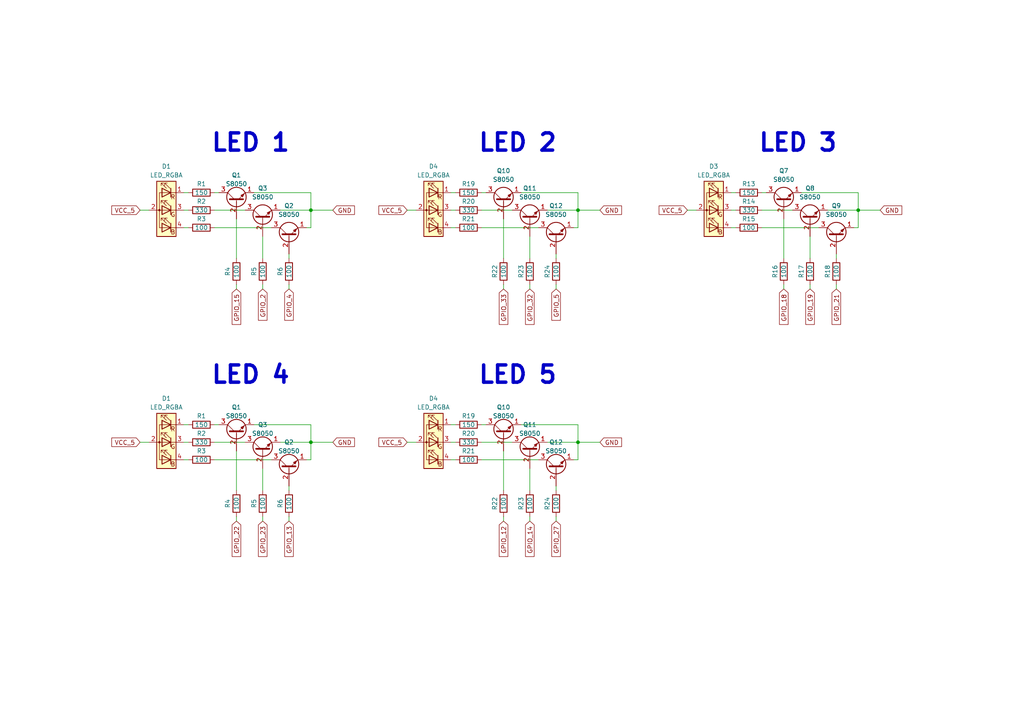
<source format=kicad_sch>
(kicad_sch (version 20230121) (generator eeschema)
  (paper "A4")
  (title_block (title "IOTV_id4 LEDS") (date "2023-07-24") (company "Вербкин М.С."))
  (lib_symbols
    (symbol "Device:LED_RGBA" (pin_names (offset 0) hide)
      (property "Reference" "D5" (at 0 12.7 0))
      (property "Value" "LED_RGBA" (at 0 10.16 0))
      (symbol "LED_RGBA_0_0"
        (text "B" (at -1.905 -6.35 0) (effects (font (size 1.27 1.27))))
        (text "G" (at -1.905 -1.27 0) (effects (font (size 1.27 1.27))))
        (text "R" (at -1.905 3.81 0) (effects (font (size 1.27 1.27))))
      )
      (symbol "LED_RGBA_0_1"
        (polyline (pts (xy -1.27 -5.08) (xy -2.54 -5.08)))
        (polyline (pts (xy -1.27 -5.08) (xy 1.27 -5.08)))
        (polyline (pts (xy -1.27 -3.81) (xy -1.27 -6.35)) (stroke (width 0.254)))
        (polyline (pts (xy -1.27 0) (xy -2.54 0)))
        (polyline (pts (xy -1.27 1.27) (xy -1.27 -1.27)) (stroke (width 0.254)))
        (polyline (pts (xy -1.27 5.08) (xy -2.54 5.08)))
        (polyline (pts (xy -1.27 5.08) (xy 1.27 5.08)))
        (polyline (pts (xy -1.27 6.35) (xy -1.27 3.81)) (stroke (width 0.254)))
        (polyline (pts (xy 1.27 0) (xy -1.27 0)))
        (polyline (pts (xy 1.27 0) (xy 2.54 0)))
        (polyline (pts (xy -1.27 1.27) (xy -1.27 -1.27) (xy -1.27 -1.27)))
        (polyline (pts (xy -1.27 6.35) (xy -1.27 3.81) (xy -1.27 3.81)))
        (polyline (pts (xy 1.27 -5.08) (xy 2.032 -5.08) (xy 2.032 5.08) (xy 1.27 5.08)))
        (polyline (pts (xy 1.27 -3.81) (xy 1.27 -6.35) (xy -1.27 -5.08) (xy 1.27 -3.81)) (stroke (width 0.254)))
        (polyline (pts (xy 1.27 1.27) (xy 1.27 -1.27) (xy -1.27 0) (xy 1.27 1.27)) (stroke (width 0.254)))
        (polyline (pts (xy 1.27 6.35) (xy 1.27 3.81) (xy -1.27 5.08) (xy 1.27 6.35)) (stroke (width 0.254)))
        (polyline (pts (xy -1.016 -3.81) (xy 0.508 -2.286) (xy -0.254 -2.286) (xy 0.508 -2.286) (xy 0.508 -3.048)))
        (polyline (pts (xy -1.016 1.27) (xy 0.508 2.794) (xy -0.254 2.794) (xy 0.508 2.794) (xy 0.508 2.032)))
        (polyline (pts (xy -1.016 6.35) (xy 0.508 7.874) (xy -0.254 7.874) (xy 0.508 7.874) (xy 0.508 7.112)))
        (polyline (pts (xy 0 -3.81) (xy 1.524 -2.286) (xy 0.762 -2.286) (xy 1.524 -2.286) (xy 1.524 -3.048)))
        (polyline (pts (xy 0 1.27) (xy 1.524 2.794) (xy 0.762 2.794) (xy 1.524 2.794) (xy 1.524 2.032)))
        (polyline (pts (xy 0 6.35) (xy 1.524 7.874) (xy 0.762 7.874) (xy 1.524 7.874) (xy 1.524 7.112)))
        (rectangle (start 1.27 -1.27) (end 1.27 1.27))
        (rectangle (start 1.27 1.27) (end 1.27 1.27))
        (rectangle (start 1.27 3.81) (end 1.27 6.35))
        (rectangle (start 1.27 6.35) (end 1.27 6.35))
        (circle (center 2.032 0) (radius 0.254) (fill (type outline)))
        (rectangle (start 2.794 8.382) (end -2.794 -7.62) (stroke (width 0.254)) (fill (type background)))
      )
      (symbol "LED_RGBA_1_1"
        (pin passive line (at -5.08 5.08 0) (length 2.54) (name "RK") (number "1"))
        (pin passive line (at 5.08 0 180) (length 2.54) (name "A") (number "2"))
        (pin passive line (at -5.08 0 0) (length 2.54) (name "GK") (number "3"))
        (pin passive line (at -5.08 -5.08 0) (length 2.54) (name "BK") (number "4"))
      )
    )
    (symbol "Device:R" (pin_numbers hide) (pin_names (offset 0))
      (property "Reference" "R" (at 2.032 0 90))
      (property "Value" "R" (at 0 0 90))
      (symbol "R_0_1"
        (rectangle (start -1.016 -2.54) (end 1.016 2.54) (stroke (width 0.254)))
      )
      (symbol "R_1_1"
        (pin passive line (at 0 3.81 270) (length 1.27) (name "~") (number "1"))
        (pin passive line (at 0 -3.81 90) (length 1.27) (name "~") (number "2"))
      )
    )
    (symbol "LED_RGBA_1" (pin_names (offset 0) hide)
      (property "Reference" "D1" (at 0 12.7 0))
      (property "Value" "LED_RGBA" (at 0 10.16 0))
      (symbol "LED_RGBA_1_0_0"
        (text "B" (at -1.905 -6.35 0) (effects (font (size 1.27 1.27))))
        (text "G" (at -1.905 -1.27 0) (effects (font (size 1.27 1.27))))
        (text "R" (at -1.905 3.81 0) (effects (font (size 1.27 1.27))))
      )
      (symbol "LED_RGBA_1_0_1"
        (polyline (pts (xy -1.27 -5.08) (xy -2.54 -5.08)))
        (polyline (pts (xy -1.27 -5.08) (xy 1.27 -5.08)))
        (polyline (pts (xy -1.27 -3.81) (xy -1.27 -6.35)) (stroke (width 0.254)))
        (polyline (pts (xy -1.27 0) (xy -2.54 0)))
        (polyline (pts (xy -1.27 1.27) (xy -1.27 -1.27)) (stroke (width 0.254)))
        (polyline (pts (xy -1.27 5.08) (xy -2.54 5.08)))
        (polyline (pts (xy -1.27 5.08) (xy 1.27 5.08)))
        (polyline (pts (xy -1.27 6.35) (xy -1.27 3.81)) (stroke (width 0.254)))
        (polyline (pts (xy 1.27 0) (xy -1.27 0)))
        (polyline (pts (xy 1.27 0) (xy 2.54 0)))
        (polyline (pts (xy -1.27 1.27) (xy -1.27 -1.27) (xy -1.27 -1.27)))
        (polyline (pts (xy -1.27 6.35) (xy -1.27 3.81) (xy -1.27 3.81)))
        (polyline (pts (xy 1.27 -5.08) (xy 2.032 -5.08) (xy 2.032 5.08) (xy 1.27 5.08)))
        (polyline (pts (xy 1.27 -3.81) (xy 1.27 -6.35) (xy -1.27 -5.08) (xy 1.27 -3.81)) (stroke (width 0.254)))
        (polyline (pts (xy 1.27 1.27) (xy 1.27 -1.27) (xy -1.27 0) (xy 1.27 1.27)) (stroke (width 0.254)))
        (polyline (pts (xy 1.27 6.35) (xy 1.27 3.81) (xy -1.27 5.08) (xy 1.27 6.35)) (stroke (width 0.254)))
        (polyline (pts (xy -1.016 -3.81) (xy 0.508 -2.286) (xy -0.254 -2.286) (xy 0.508 -2.286) (xy 0.508 -3.048)))
        (polyline (pts (xy -1.016 1.27) (xy 0.508 2.794) (xy -0.254 2.794) (xy 0.508 2.794) (xy 0.508 2.032)))
        (polyline (pts (xy -1.016 6.35) (xy 0.508 7.874) (xy -0.254 7.874) (xy 0.508 7.874) (xy 0.508 7.112)))
        (polyline (pts (xy 0 -3.81) (xy 1.524 -2.286) (xy 0.762 -2.286) (xy 1.524 -2.286) (xy 1.524 -3.048)))
        (polyline (pts (xy 0 1.27) (xy 1.524 2.794) (xy 0.762 2.794) (xy 1.524 2.794) (xy 1.524 2.032)))
        (polyline (pts (xy 0 6.35) (xy 1.524 7.874) (xy 0.762 7.874) (xy 1.524 7.874) (xy 1.524 7.112)))
        (rectangle (start 1.27 -1.27) (end 1.27 1.27))
        (rectangle (start 1.27 1.27) (end 1.27 1.27))
        (rectangle (start 1.27 3.81) (end 1.27 6.35))
        (rectangle (start 1.27 6.35) (end 1.27 6.35))
        (circle (center 2.032 0) (radius 0.254) (fill (type outline)))
        (rectangle (start 2.794 8.382) (end -2.794 -7.62) (stroke (width 0.254)) (fill (type background)))
      )
      (symbol "LED_RGBA_1_1_1"
        (pin passive line (at -5.08 5.08 0) (length 2.54) (name "RK") (number "1"))
        (pin passive line (at 5.08 0 180) (length 2.54) (name "A") (number "2"))
        (pin passive line (at -5.08 0 0) (length 2.54) (name "GK") (number "3"))
        (pin passive line (at -5.08 -5.08 0) (length 2.54) (name "BK") (number "4"))
      )
    )
    (symbol "LED_RGBA_2" (pin_names (offset 0) hide)
      (property "Reference" "D2" (at 0 12.7 0))
      (property "Value" "LED_RGBA" (at 0 10.16 0))
      (symbol "LED_RGBA_2_0_0"
        (text "B" (at -1.905 -6.35 0) (effects (font (size 1.27 1.27))))
        (text "G" (at -1.905 -1.27 0) (effects (font (size 1.27 1.27))))
        (text "R" (at -1.905 3.81 0) (effects (font (size 1.27 1.27))))
      )
      (symbol "LED_RGBA_2_0_1"
        (polyline (pts (xy -1.27 -5.08) (xy -2.54 -5.08)))
        (polyline (pts (xy -1.27 -5.08) (xy 1.27 -5.08)))
        (polyline (pts (xy -1.27 -3.81) (xy -1.27 -6.35)) (stroke (width 0.254)))
        (polyline (pts (xy -1.27 0) (xy -2.54 0)))
        (polyline (pts (xy -1.27 1.27) (xy -1.27 -1.27)) (stroke (width 0.254)))
        (polyline (pts (xy -1.27 5.08) (xy -2.54 5.08)))
        (polyline (pts (xy -1.27 5.08) (xy 1.27 5.08)))
        (polyline (pts (xy -1.27 6.35) (xy -1.27 3.81)) (stroke (width 0.254)))
        (polyline (pts (xy 1.27 0) (xy -1.27 0)))
        (polyline (pts (xy 1.27 0) (xy 2.54 0)))
        (polyline (pts (xy -1.27 1.27) (xy -1.27 -1.27) (xy -1.27 -1.27)))
        (polyline (pts (xy -1.27 6.35) (xy -1.27 3.81) (xy -1.27 3.81)))
        (polyline (pts (xy 1.27 -5.08) (xy 2.032 -5.08) (xy 2.032 5.08) (xy 1.27 5.08)))
        (polyline (pts (xy 1.27 -3.81) (xy 1.27 -6.35) (xy -1.27 -5.08) (xy 1.27 -3.81)) (stroke (width 0.254)))
        (polyline (pts (xy 1.27 1.27) (xy 1.27 -1.27) (xy -1.27 0) (xy 1.27 1.27)) (stroke (width 0.254)))
        (polyline (pts (xy 1.27 6.35) (xy 1.27 3.81) (xy -1.27 5.08) (xy 1.27 6.35)) (stroke (width 0.254)))
        (polyline (pts (xy -1.016 -3.81) (xy 0.508 -2.286) (xy -0.254 -2.286) (xy 0.508 -2.286) (xy 0.508 -3.048)))
        (polyline (pts (xy -1.016 1.27) (xy 0.508 2.794) (xy -0.254 2.794) (xy 0.508 2.794) (xy 0.508 2.032)))
        (polyline (pts (xy -1.016 6.35) (xy 0.508 7.874) (xy -0.254 7.874) (xy 0.508 7.874) (xy 0.508 7.112)))
        (polyline (pts (xy 0 -3.81) (xy 1.524 -2.286) (xy 0.762 -2.286) (xy 1.524 -2.286) (xy 1.524 -3.048)))
        (polyline (pts (xy 0 1.27) (xy 1.524 2.794) (xy 0.762 2.794) (xy 1.524 2.794) (xy 1.524 2.032)))
        (polyline (pts (xy 0 6.35) (xy 1.524 7.874) (xy 0.762 7.874) (xy 1.524 7.874) (xy 1.524 7.112)))
        (rectangle (start 1.27 -1.27) (end 1.27 1.27))
        (rectangle (start 1.27 1.27) (end 1.27 1.27))
        (rectangle (start 1.27 3.81) (end 1.27 6.35))
        (rectangle (start 1.27 6.35) (end 1.27 6.35))
        (circle (center 2.032 0) (radius 0.254) (fill (type outline)))
        (rectangle (start 2.794 8.382) (end -2.794 -7.62) (stroke (width 0.254)) (fill (type background)))
      )
      (symbol "LED_RGBA_2_1_1"
        (pin passive line (at -5.08 5.08 0) (length 2.54) (name "RK") (number "1"))
        (pin passive line (at 5.08 0 180) (length 2.54) (name "A") (number "2"))
        (pin passive line (at -5.08 0 0) (length 2.54) (name "GK") (number "3"))
        (pin passive line (at -5.08 -5.08 0) (length 2.54) (name "BK") (number "4"))
      )
    )
    (symbol "LED_RGBA_3" (pin_names (offset 0) hide)
      (property "Reference" "D3" (at 0 12.7 0))
      (property "Value" "LED_RGBA" (at 0 10.16 0))
      (symbol "LED_RGBA_3_0_0"
        (text "B" (at -1.905 -6.35 0) (effects (font (size 1.27 1.27))))
        (text "G" (at -1.905 -1.27 0) (effects (font (size 1.27 1.27))))
        (text "R" (at -1.905 3.81 0) (effects (font (size 1.27 1.27))))
      )
      (symbol "LED_RGBA_3_0_1"
        (polyline (pts (xy -1.27 -5.08) (xy -2.54 -5.08)))
        (polyline (pts (xy -1.27 -5.08) (xy 1.27 -5.08)))
        (polyline (pts (xy -1.27 -3.81) (xy -1.27 -6.35)) (stroke (width 0.254)))
        (polyline (pts (xy -1.27 0) (xy -2.54 0)))
        (polyline (pts (xy -1.27 1.27) (xy -1.27 -1.27)) (stroke (width 0.254)))
        (polyline (pts (xy -1.27 5.08) (xy -2.54 5.08)))
        (polyline (pts (xy -1.27 5.08) (xy 1.27 5.08)))
        (polyline (pts (xy -1.27 6.35) (xy -1.27 3.81)) (stroke (width 0.254)))
        (polyline (pts (xy 1.27 0) (xy -1.27 0)))
        (polyline (pts (xy 1.27 0) (xy 2.54 0)))
        (polyline (pts (xy -1.27 1.27) (xy -1.27 -1.27) (xy -1.27 -1.27)))
        (polyline (pts (xy -1.27 6.35) (xy -1.27 3.81) (xy -1.27 3.81)))
        (polyline (pts (xy 1.27 -5.08) (xy 2.032 -5.08) (xy 2.032 5.08) (xy 1.27 5.08)))
        (polyline (pts (xy 1.27 -3.81) (xy 1.27 -6.35) (xy -1.27 -5.08) (xy 1.27 -3.81)) (stroke (width 0.254)))
        (polyline (pts (xy 1.27 1.27) (xy 1.27 -1.27) (xy -1.27 0) (xy 1.27 1.27)) (stroke (width 0.254)))
        (polyline (pts (xy 1.27 6.35) (xy 1.27 3.81) (xy -1.27 5.08) (xy 1.27 6.35)) (stroke (width 0.254)))
        (polyline (pts (xy -1.016 -3.81) (xy 0.508 -2.286) (xy -0.254 -2.286) (xy 0.508 -2.286) (xy 0.508 -3.048)))
        (polyline (pts (xy -1.016 1.27) (xy 0.508 2.794) (xy -0.254 2.794) (xy 0.508 2.794) (xy 0.508 2.032)))
        (polyline (pts (xy -1.016 6.35) (xy 0.508 7.874) (xy -0.254 7.874) (xy 0.508 7.874) (xy 0.508 7.112)))
        (polyline (pts (xy 0 -3.81) (xy 1.524 -2.286) (xy 0.762 -2.286) (xy 1.524 -2.286) (xy 1.524 -3.048)))
        (polyline (pts (xy 0 1.27) (xy 1.524 2.794) (xy 0.762 2.794) (xy 1.524 2.794) (xy 1.524 2.032)))
        (polyline (pts (xy 0 6.35) (xy 1.524 7.874) (xy 0.762 7.874) (xy 1.524 7.874) (xy 1.524 7.112)))
        (rectangle (start 1.27 -1.27) (end 1.27 1.27))
        (rectangle (start 1.27 1.27) (end 1.27 1.27))
        (rectangle (start 1.27 3.81) (end 1.27 6.35))
        (rectangle (start 1.27 6.35) (end 1.27 6.35))
        (circle (center 2.032 0) (radius 0.254) (fill (type outline)))
        (rectangle (start 2.794 8.382) (end -2.794 -7.62) (stroke (width 0.254)) (fill (type background)))
      )
      (symbol "LED_RGBA_3_1_1"
        (pin passive line (at -5.08 5.08 0) (length 2.54) (name "RK") (number "1"))
        (pin passive line (at 5.08 0 180) (length 2.54) (name "A") (number "2"))
        (pin passive line (at -5.08 0 0) (length 2.54) (name "GK") (number "3"))
        (pin passive line (at -5.08 -5.08 0) (length 2.54) (name "BK") (number "4"))
      )
    )
    (symbol "LED_RGBA_4" (pin_names (offset 0) hide)
      (property "Reference" "D4" (at 0 12.7 0))
      (property "Value" "LED_RGBA" (at 0 10.16 0))
      (symbol "LED_RGBA_4_0_0"
        (text "B" (at -1.905 -6.35 0) (effects (font (size 1.27 1.27))))
        (text "G" (at -1.905 -1.27 0) (effects (font (size 1.27 1.27))))
        (text "R" (at -1.905 3.81 0) (effects (font (size 1.27 1.27))))
      )
      (symbol "LED_RGBA_4_0_1"
        (polyline (pts (xy -1.27 -5.08) (xy -2.54 -5.08)))
        (polyline (pts (xy -1.27 -5.08) (xy 1.27 -5.08)))
        (polyline (pts (xy -1.27 -3.81) (xy -1.27 -6.35)) (stroke (width 0.254)))
        (polyline (pts (xy -1.27 0) (xy -2.54 0)))
        (polyline (pts (xy -1.27 1.27) (xy -1.27 -1.27)) (stroke (width 0.254)))
        (polyline (pts (xy -1.27 5.08) (xy -2.54 5.08)))
        (polyline (pts (xy -1.27 5.08) (xy 1.27 5.08)))
        (polyline (pts (xy -1.27 6.35) (xy -1.27 3.81)) (stroke (width 0.254)))
        (polyline (pts (xy 1.27 0) (xy -1.27 0)))
        (polyline (pts (xy 1.27 0) (xy 2.54 0)))
        (polyline (pts (xy -1.27 1.27) (xy -1.27 -1.27) (xy -1.27 -1.27)))
        (polyline (pts (xy -1.27 6.35) (xy -1.27 3.81) (xy -1.27 3.81)))
        (polyline (pts (xy 1.27 -5.08) (xy 2.032 -5.08) (xy 2.032 5.08) (xy 1.27 5.08)))
        (polyline (pts (xy 1.27 -3.81) (xy 1.27 -6.35) (xy -1.27 -5.08) (xy 1.27 -3.81)) (stroke (width 0.254)))
        (polyline (pts (xy 1.27 1.27) (xy 1.27 -1.27) (xy -1.27 0) (xy 1.27 1.27)) (stroke (width 0.254)))
        (polyline (pts (xy 1.27 6.35) (xy 1.27 3.81) (xy -1.27 5.08) (xy 1.27 6.35)) (stroke (width 0.254)))
        (polyline (pts (xy -1.016 -3.81) (xy 0.508 -2.286) (xy -0.254 -2.286) (xy 0.508 -2.286) (xy 0.508 -3.048)))
        (polyline (pts (xy -1.016 1.27) (xy 0.508 2.794) (xy -0.254 2.794) (xy 0.508 2.794) (xy 0.508 2.032)))
        (polyline (pts (xy -1.016 6.35) (xy 0.508 7.874) (xy -0.254 7.874) (xy 0.508 7.874) (xy 0.508 7.112)))
        (polyline (pts (xy 0 -3.81) (xy 1.524 -2.286) (xy 0.762 -2.286) (xy 1.524 -2.286) (xy 1.524 -3.048)))
        (polyline (pts (xy 0 1.27) (xy 1.524 2.794) (xy 0.762 2.794) (xy 1.524 2.794) (xy 1.524 2.032)))
        (polyline (pts (xy 0 6.35) (xy 1.524 7.874) (xy 0.762 7.874) (xy 1.524 7.874) (xy 1.524 7.112)))
        (rectangle (start 1.27 -1.27) (end 1.27 1.27))
        (rectangle (start 1.27 1.27) (end 1.27 1.27))
        (rectangle (start 1.27 3.81) (end 1.27 6.35))
        (rectangle (start 1.27 6.35) (end 1.27 6.35))
        (circle (center 2.032 0) (radius 0.254) (fill (type outline)))
        (rectangle (start 2.794 8.382) (end -2.794 -7.62) (stroke (width 0.254)) (fill (type background)))
      )
      (symbol "LED_RGBA_4_1_1"
        (pin passive line (at -5.08 5.08 0) (length 2.54) (name "RK") (number "1"))
        (pin passive line (at 5.08 0 180) (length 2.54) (name "A") (number "2"))
        (pin passive line (at -5.08 0 0) (length 2.54) (name "GK") (number "3"))
        (pin passive line (at -5.08 -5.08 0) (length 2.54) (name "BK") (number "4"))
      )
    )
    (symbol "Transistor_BJT:S8050" (pin_names (offset 0) hide)
      (property "Reference" "Q" (at 5.08 1.905 0))
      (property "Value" "S8050" (at 5.08 0 0))
      (symbol "S8050_0_1"
        (polyline (pts (xy 0 0) (xy 0.635 0)))
        (polyline (pts (xy 0.635 0.635) (xy 2.54 2.54)))
        (polyline (pts (xy 0.635 -0.635) (xy 2.54 -2.54) (xy 2.54 -2.54)))
        (polyline (pts (xy 0.635 1.905) (xy 0.635 -1.905) (xy 0.635 -1.905)) (stroke (width 0.508)))
        (polyline (pts (xy 1.27 -1.778) (xy 1.778 -1.27) (xy 2.286 -2.286) (xy 1.27 -1.778) (xy 1.27 -1.778)) (fill (type outline)))
        (circle (center 1.27 0) (radius 2.8194) (stroke (width 0.254)))
      )
      (symbol "S8050_1_1"
        (pin passive line (at 2.54 -5.08 90) (length 2.54) (name "E") (number "1"))
        (pin input line (at -5.08 0 0) (length 5.08) (name "B") (number "2"))
        (pin passive line (at 2.54 5.08 270) (length 2.54) (name "C") (number "3"))
      )
    )
  )
  (junction (at 167.64 60.96))
  (junction (at 90.17 128.27))
  (junction (at 167.64 128.27))
  (junction (at 248.92 60.96))
  (junction (at 90.17 60.96))
  (wire (pts (xy 167.64 55.88) (xy 167.64 60.96)))
  (wire (pts (xy 167.64 60.96) (xy 173.99 60.96)))
  (wire (pts (xy 40.64 60.96) (xy 43.18 60.96)))
  (wire (pts (xy 62.23 60.96) (xy 71.12 60.96)))
  (wire (pts (xy 76.2 149.86) (xy 76.2 151.13)))
  (wire (pts (xy 139.7 123.19) (xy 140.97 123.19)))
  (wire (pts (xy 146.05 130.81) (xy 146.05 142.24)))
  (wire (pts (xy 248.92 55.88) (xy 248.92 60.96)))
  (wire (pts (xy 139.7 60.96) (xy 148.59 60.96)))
  (wire (pts (xy 81.28 128.27) (xy 90.17 128.27)))
  (wire (pts (xy 167.64 128.27) (xy 167.64 133.35)))
  (wire (pts (xy 62.23 123.19) (xy 63.5 123.19)))
  (wire (pts (xy 240.03 60.96) (xy 248.92 60.96)))
  (wire (pts (xy 220.98 66.04) (xy 237.49 66.04)))
  (wire (pts (xy 62.23 128.27) (xy 71.12 128.27)))
  (wire (pts (xy 139.7 55.88) (xy 140.97 55.88)))
  (wire (pts (xy 40.64 128.27) (xy 43.18 128.27)))
  (wire (pts (xy 242.57 73.66) (xy 242.57 74.93)))
  (wire (pts (xy 220.98 60.96) (xy 229.87 60.96)))
  (wire (pts (xy 242.57 82.55) (xy 242.57 83.82)))
  (wire (pts (xy 212.09 60.96) (xy 213.36 60.96)))
  (wire (pts (xy 146.05 82.55) (xy 146.05 83.82)))
  (wire (pts (xy 167.64 123.19) (xy 167.64 128.27)))
  (wire (pts (xy 167.64 60.96) (xy 167.64 66.04)))
  (wire (pts (xy 83.82 149.86) (xy 83.82 151.13)))
  (wire (pts (xy 83.82 73.66) (xy 83.82 74.93)))
  (wire (pts (xy 161.29 149.86) (xy 161.29 151.13)))
  (wire (pts (xy 227.33 82.55) (xy 227.33 83.82)))
  (wire (pts (xy 130.81 123.19) (xy 132.08 123.19)))
  (wire (pts (xy 158.75 60.96) (xy 167.64 60.96)))
  (wire (pts (xy 212.09 66.04) (xy 213.36 66.04)))
  (wire (pts (xy 68.58 130.81) (xy 68.58 142.24)))
  (wire (pts (xy 161.29 73.66) (xy 161.29 74.93)))
  (wire (pts (xy 76.2 135.89) (xy 76.2 142.24)))
  (wire (pts (xy 167.64 66.04) (xy 166.37 66.04)))
  (wire (pts (xy 220.98 55.88) (xy 222.25 55.88)))
  (wire (pts (xy 76.2 82.55) (xy 76.2 83.82)))
  (wire (pts (xy 53.34 55.88) (xy 54.61 55.88)))
  (wire (pts (xy 234.95 82.55) (xy 234.95 83.82)))
  (wire (pts (xy 146.05 149.86) (xy 146.05 151.13)))
  (wire (pts (xy 161.29 82.55) (xy 161.29 83.82)))
  (wire (pts (xy 151.13 55.88) (xy 167.64 55.88)))
  (wire (pts (xy 167.64 133.35) (xy 166.37 133.35)))
  (wire (pts (xy 130.81 133.35) (xy 132.08 133.35)))
  (wire (pts (xy 90.17 60.96) (xy 90.17 66.04)))
  (wire (pts (xy 151.13 123.19) (xy 167.64 123.19)))
  (wire (pts (xy 158.75 128.27) (xy 167.64 128.27)))
  (wire (pts (xy 68.58 82.55) (xy 68.58 83.82)))
  (wire (pts (xy 234.95 68.58) (xy 234.95 74.93)))
  (wire (pts (xy 90.17 133.35) (xy 88.9 133.35)))
  (wire (pts (xy 90.17 60.96) (xy 96.52 60.96)))
  (wire (pts (xy 227.33 63.5) (xy 227.33 74.93)))
  (wire (pts (xy 118.11 60.96) (xy 120.65 60.96)))
  (wire (pts (xy 73.66 55.88) (xy 90.17 55.88)))
  (wire (pts (xy 81.28 60.96) (xy 90.17 60.96)))
  (wire (pts (xy 68.58 149.86) (xy 68.58 151.13)))
  (wire (pts (xy 248.92 60.96) (xy 248.92 66.04)))
  (wire (pts (xy 68.58 63.5) (xy 68.58 74.93)))
  (wire (pts (xy 118.11 128.27) (xy 120.65 128.27)))
  (wire (pts (xy 83.82 140.97) (xy 83.82 142.24)))
  (wire (pts (xy 90.17 128.27) (xy 90.17 133.35)))
  (wire (pts (xy 53.34 133.35) (xy 54.61 133.35)))
  (wire (pts (xy 153.67 82.55) (xy 153.67 83.82)))
  (wire (pts (xy 73.66 123.19) (xy 90.17 123.19)))
  (wire (pts (xy 53.34 128.27) (xy 54.61 128.27)))
  (wire (pts (xy 90.17 123.19) (xy 90.17 128.27)))
  (wire (pts (xy 130.81 66.04) (xy 132.08 66.04)))
  (wire (pts (xy 53.34 60.96) (xy 54.61 60.96)))
  (wire (pts (xy 83.82 82.55) (xy 83.82 83.82)))
  (wire (pts (xy 90.17 128.27) (xy 96.52 128.27)))
  (wire (pts (xy 232.41 55.88) (xy 248.92 55.88)))
  (wire (pts (xy 130.81 60.96) (xy 132.08 60.96)))
  (wire (pts (xy 153.67 135.89) (xy 153.67 142.24)))
  (wire (pts (xy 139.7 66.04) (xy 156.21 66.04)))
  (wire (pts (xy 53.34 123.19) (xy 54.61 123.19)))
  (wire (pts (xy 53.34 66.04) (xy 54.61 66.04)))
  (wire (pts (xy 130.81 128.27) (xy 132.08 128.27)))
  (wire (pts (xy 153.67 149.86) (xy 153.67 151.13)))
  (wire (pts (xy 139.7 128.27) (xy 148.59 128.27)))
  (wire (pts (xy 199.39 60.96) (xy 201.93 60.96)))
  (wire (pts (xy 248.92 60.96) (xy 255.27 60.96)))
  (wire (pts (xy 212.09 55.88) (xy 213.36 55.88)))
  (wire (pts (xy 62.23 66.04) (xy 78.74 66.04)))
  (wire (pts (xy 167.64 128.27) (xy 173.99 128.27)))
  (wire (pts (xy 139.7 133.35) (xy 156.21 133.35)))
  (wire (pts (xy 62.23 133.35) (xy 78.74 133.35)))
  (wire (pts (xy 90.17 55.88) (xy 90.17 60.96)))
  (wire (pts (xy 62.23 55.88) (xy 63.5 55.88)))
  (wire (pts (xy 90.17 66.04) (xy 88.9 66.04)))
  (wire (pts (xy 161.29 140.97) (xy 161.29 142.24)))
  (wire (pts (xy 146.05 63.5) (xy 146.05 74.93)))
  (wire (pts (xy 130.81 55.88) (xy 132.08 55.88)))
  (wire (pts (xy 248.92 66.04) (xy 247.65 66.04)))
  (wire (pts (xy 76.2 68.58) (xy 76.2 74.93)))
  (wire (pts (xy 153.67 68.58) (xy 153.67 74.93)))
  (text "LED 1" (at 60.96 44.45 0) (effects (font (size 5 5) (thickness 1) bold) (justify left bottom)))
  (text "LED 5" (at 138.43 111.76 0) (effects (font (size 5 5) (thickness 1) bold) (justify left bottom)))
  (text "LED 3" (at 219.71 44.45 0) (effects (font (size 5 5) (thickness 1) bold) (justify left bottom)))
  (text "LED 4" (at 60.96 111.76 0) (effects (font (size 5 5) (thickness 1) bold) (justify left bottom)))
  (text "LED 2" (at 138.43 44.45 0) (effects (font (size 5 5) (thickness 1) bold) (justify left bottom)))
  (global_label "GPIO_12" (shape input) (at 146.05 151.13 270) (property "Intersheetrefs" "${INTERSHEET_REFS}" (effects hide)))
  (global_label "GPIO_18" (shape input) (at 227.33 83.82 270) (property "Intersheetrefs" "${INTERSHEET_REFS}" (effects hide)))
  (global_label "GPIO_4" (shape input) (at 83.82 83.82 270) (property "Intersheetrefs" "${INTERSHEET_REFS}" (effects hide)))
  (global_label "GND" (shape input) (at 173.99 60.96 0) (property "Intersheetrefs" "${INTERSHEET_REFS}" (effects hide)))
  (global_label "GPIO_15" (shape input) (at 68.58 83.82 270) (property "Intersheetrefs" "${INTERSHEET_REFS}" (effects hide)))
  (global_label "GPIO_32" (shape input) (at 153.67 83.82 270) (property "Intersheetrefs" "${INTERSHEET_REFS}" (effects hide)))
  (global_label "GPIO_14" (shape input) (at 153.67 151.13 270) (property "Intersheetrefs" "${INTERSHEET_REFS}" (effects hide)))
  (global_label "GND" (shape input) (at 173.99 128.27 0) (property "Intersheetrefs" "${INTERSHEET_REFS}" (effects hide)))
  (global_label "GND" (shape input) (at 96.52 60.96 0) (property "Intersheetrefs" "${INTERSHEET_REFS}" (effects hide)))
  (global_label "VCC_5" (shape input) (at 40.64 128.27 180) (property "Intersheetrefs" "${INTERSHEET_REFS}" (effects hide)))
  (global_label "GPIO_19" (shape input) (at 234.95 83.82 270) (property "Intersheetrefs" "${INTERSHEET_REFS}" (effects hide)))
  (global_label "GPIO_27" (shape input) (at 161.29 151.13 270) (property "Intersheetrefs" "${INTERSHEET_REFS}" (effects hide)))
  (global_label "GPIO_21" (shape input) (at 242.57 83.82 270) (property "Intersheetrefs" "${INTERSHEET_REFS}" (effects hide)))
  (global_label "GPIO_2" (shape input) (at 76.2 83.82 270) (property "Intersheetrefs" "${INTERSHEET_REFS}" (effects hide)))
  (global_label "GND" (shape input) (at 96.52 128.27 0) (property "Intersheetrefs" "${INTERSHEET_REFS}" (effects hide)))
  (global_label "VCC_5" (shape input) (at 118.11 60.96 180) (property "Intersheetrefs" "${INTERSHEET_REFS}" (effects hide)))
  (global_label "VCC_5" (shape input) (at 118.11 128.27 180) (property "Intersheetrefs" "${INTERSHEET_REFS}" (effects hide)))
  (global_label "GPIO_5" (shape input) (at 161.29 83.82 270) (property "Intersheetrefs" "${INTERSHEET_REFS}" (effects hide)))
  (global_label "GPIO_23" (shape input) (at 76.2 151.13 270) (property "Intersheetrefs" "${INTERSHEET_REFS}" (effects hide)))
  (global_label "GPIO_22" (shape input) (at 68.58 151.13 270) (property "Intersheetrefs" "${INTERSHEET_REFS}" (effects hide)))
  (global_label "VCC_5" (shape input) (at 199.39 60.96 180) (property "Intersheetrefs" "${INTERSHEET_REFS}" (effects hide)))
  (global_label "VCC_5" (shape input) (at 40.64 60.96 180) (property "Intersheetrefs" "${INTERSHEET_REFS}" (effects hide)))
  (global_label "GPIO_13" (shape input) (at 83.82 151.13 270) (property "Intersheetrefs" "${INTERSHEET_REFS}" (effects hide)))
  (global_label "GPIO_33" (shape input) (at 146.05 83.82 270) (property "Intersheetrefs" "${INTERSHEET_REFS}" (effects hide)))
  (global_label "GND" (shape input) (at 255.27 60.96 0) (property "Intersheetrefs" "${INTERSHEET_REFS}" (effects hide)))
  (symbol (lib_id "Device:R") (at 135.89 133.35 90) (unit 1)
    (property "Reference" "R21" (at 135.89 130.81 90))
    (property "Value" "100" (at 135.89 133.35 90))
    (property "Footprint" "Resistor_SMD:R_1206_3216Metric" (effects hide))
    (property "Sim.Device" "R" (effects hide))
    (property "Sim.Pins" "1=+ 2=-" (effects hide))
    (instances (project "id4" (path "" (reference "R21") (unit 1)) (path "" (reference "R27") (unit 1))))
  )
  (symbol (lib_name "LED_RGBA_4") (lib_id "Device:LED_RGBA") (at 48.26 128.27 0) (mirror y) (unit 1)
    (property "Reference" "D1" (at 48.26 115.57 0))
    (property "Value" "LED_RGBA" (at 48.26 118.11 0))
    (property "Footprint" "LED_THT:LED_D5.0mm-4_RGB" (effects hide))
    (property "Sim.Device" "R" (effects hide))
    (property "Sim.Pins" "1=+ 2=-" (effects hide))
    (property "Sim.Params" "r=\"\"" (effects hide))
    (instances (project "id4" (path "" (reference "D1") (unit 1)) (path "" (reference "D4") (unit 1))))
  )
  (symbol (lib_id "Transistor_BJT:S8050") (at 227.33 58.42 90) (unit 1)
    (property "Reference" "Q7" (at 227.33 49.53 90))
    (property "Value" "S8050" (at 227.33 52.07 90))
    (property "Footprint" "Package_TO_SOT_SMD:SOT-23" (effects hide))
    (property "Datasheet" "http://www.unisonic.com.tw/datasheet/S8050.pdf" (effects hide))
    (property "Sim.Device" "NPN" (effects hide))
    (property "Sim.Type" "VBIC" (effects hide))
    (property "Sim.Pins" "1=C 2=B 3=E" (effects hide))
  )
  (symbol (lib_id "Device:R") (at 58.42 128.27 90) (unit 1)
    (property "Reference" "R2" (at 58.42 125.73 90))
    (property "Value" "330" (at 58.42 128.27 90))
    (property "Footprint" "Resistor_SMD:R_1206_3216Metric" (effects hide))
    (instances (project "id4" (path "" (reference "R2") (unit 1)) (path "" (reference "R8") (unit 1))))
  )
  (symbol (lib_id "Device:R") (at 161.29 146.05 180) (unit 1)
    (property "Reference" "R24" (at 158.75 146.05 90))
    (property "Value" "100" (at 161.29 146.05 90))
    (property "Footprint" "Resistor_SMD:R_1206_3216Metric" (effects hide))
    (property "Sim.Device" "R" (effects hide))
    (property "Sim.Pins" "1=+ 2=-" (effects hide))
    (instances (project "id4" (path "" (reference "R24") (unit 1)) (path "" (reference "R30") (unit 1))))
  )
  (symbol (lib_id "Transistor_BJT:S8050") (at 161.29 135.89 90) (unit 1)
    (property "Reference" "Q12" (at 161.29 128.27 90))
    (property "Value" "S8050" (at 161.29 130.81 90))
    (property "Footprint" "Package_TO_SOT_SMD:SOT-23" (effects hide))
    (property "Datasheet" "http://www.unisonic.com.tw/datasheet/S8050.pdf" (effects hide))
    (property "Sim.Device" "NPN" (effects hide))
    (property "Sim.Type" "VBIC" (effects hide))
    (property "Sim.Pins" "1=C 2=B 3=E" (effects hide))
    (instances (project "id4" (path "" (reference "Q12") (unit 1)) (path "" (reference "Q15") (unit 1))))
  )
  (symbol (lib_id "Device:R") (at 83.82 78.74 180) (unit 1)
    (property "Reference" "R6" (at 81.28 78.74 90))
    (property "Value" "100" (at 83.82 78.74 90))
    (property "Footprint" "Resistor_SMD:R_1206_3216Metric" (effects hide))
    (property "Sim.Device" "R" (effects hide))
    (property "Sim.Pins" "1=+ 2=-" (effects hide))
  )
  (symbol (lib_id "Device:R") (at 58.42 123.19 90) (unit 1)
    (property "Reference" "R1" (at 58.42 120.65 90))
    (property "Value" "150" (at 58.42 123.19 90))
    (property "Footprint" "Resistor_SMD:R_1206_3216Metric" (effects hide))
    (instances (project "id4" (path "" (reference "R1") (unit 1)) (path "" (reference "R7") (unit 1))))
  )
  (symbol (lib_id "Device:R") (at 217.17 66.04 90) (unit 1)
    (property "Reference" "R15" (at 217.17 63.5 90))
    (property "Value" "100" (at 217.17 66.04 90))
    (property "Footprint" "Resistor_SMD:R_1206_3216Metric" (effects hide))
    (property "Sim.Device" "R" (effects hide))
    (property "Sim.Pins" "1=+ 2=-" (effects hide))
  )
  (symbol (lib_id "Device:R") (at 135.89 55.88 90) (unit 1)
    (property "Reference" "R19" (at 135.89 53.34 90))
    (property "Value" "150" (at 135.89 55.88 90))
    (property "Footprint" "Resistor_SMD:R_1206_3216Metric" (effects hide))
  )
  (symbol (lib_id "Device:LED_RGBA") (at 125.73 128.27 0) (mirror y) (unit 1)
    (property "Reference" "D4" (at 125.73 115.57 0))
    (property "Value" "LED_RGBA" (at 125.73 118.11 0))
    (property "Footprint" "LED_THT:LED_D5.0mm-4_RGB" (effects hide))
    (property "Sim.Device" "R" (effects hide))
    (property "Sim.Pins" "1=+ 2=-" (effects hide))
    (property "Sim.Params" "r=\"\"" (effects hide))
    (instances (project "id4" (path "" (reference "D4") (unit 1)) (path "" (reference "D5") (unit 1))))
  )
  (symbol (lib_id "Device:R") (at 76.2 78.74 180) (unit 1)
    (property "Reference" "R5" (at 73.66 78.74 90))
    (property "Value" "100" (at 76.2 78.74 90))
    (property "Footprint" "Resistor_SMD:R_1206_3216Metric" (effects hide))
  )
  (symbol (lib_id "Device:R") (at 58.42 55.88 90) (unit 1)
    (property "Reference" "R1" (at 58.42 53.34 90))
    (property "Value" "150" (at 58.42 55.88 90))
    (property "Footprint" "Resistor_SMD:R_1206_3216Metric" (effects hide))
  )
  (symbol (lib_id "Transistor_BJT:S8050") (at 68.58 125.73 90) (unit 1)
    (property "Reference" "Q1" (at 68.58 118.11 90))
    (property "Value" "S8050" (at 68.58 120.65 90))
    (property "Footprint" "Package_TO_SOT_SMD:SOT-23" (effects hide))
    (property "Datasheet" "http://www.unisonic.com.tw/datasheet/S8050.pdf" (effects hide))
    (property "Sim.Device" "NPN" (effects hide))
    (property "Sim.Type" "VBIC" (effects hide))
    (property "Sim.Pins" "1=C 2=B 3=E" (effects hide))
    (instances (project "id4" (path "" (reference "Q1") (unit 1)) (path "" (reference "Q4") (unit 1))))
  )
  (symbol (lib_id "Transistor_BJT:S8050") (at 76.2 130.81 90) (unit 1)
    (property "Reference" "Q3" (at 76.2 123.19 90))
    (property "Value" "S8050" (at 76.2 125.73 90))
    (property "Footprint" "Package_TO_SOT_SMD:SOT-23" (effects hide))
    (property "Datasheet" "http://www.unisonic.com.tw/datasheet/S8050.pdf" (effects hide))
    (property "Sim.Device" "NPN" (effects hide))
    (property "Sim.Type" "VBIC" (effects hide))
    (property "Sim.Pins" "1=C 2=B 3=E" (effects hide))
    (instances (project "id4" (path "" (reference "Q3") (unit 1)) (path "" (reference "Q5") (unit 1))))
  )
  (symbol (lib_id "Transistor_BJT:S8050") (at 68.58 58.42 90) (unit 1)
    (property "Reference" "Q1" (at 68.58 50.8 90))
    (property "Value" "S8050" (at 68.58 53.34 90))
    (property "Footprint" "Package_TO_SOT_SMD:SOT-23" (effects hide))
    (property "Datasheet" "http://www.unisonic.com.tw/datasheet/S8050.pdf" (effects hide))
    (property "Sim.Device" "NPN" (effects hide))
    (property "Sim.Type" "VBIC" (effects hide))
    (property "Sim.Pins" "1=C 2=B 3=E" (effects hide))
  )
  (symbol (lib_id "Transistor_BJT:S8050") (at 146.05 58.42 90) (unit 1)
    (property "Reference" "Q10" (at 146.05 49.53 90))
    (property "Value" "S8050" (at 146.05 52.07 90))
    (property "Footprint" "Package_TO_SOT_SMD:SOT-23" (effects hide))
    (property "Datasheet" "http://www.unisonic.com.tw/datasheet/S8050.pdf" (effects hide))
    (property "Sim.Device" "NPN" (effects hide))
    (property "Sim.Type" "VBIC" (effects hide))
    (property "Sim.Pins" "1=C 2=B 3=E" (effects hide))
  )
  (symbol (lib_id "Device:R") (at 146.05 146.05 180) (unit 1)
    (property "Reference" "R22" (at 143.51 146.05 90))
    (property "Value" "100" (at 146.05 146.05 90))
    (property "Footprint" "Resistor_SMD:R_1206_3216Metric" (effects hide))
    (instances (project "id4" (path "" (reference "R22") (unit 1)) (path "" (reference "R28") (unit 1))))
  )
  (symbol (lib_id "Device:R") (at 68.58 146.05 180) (unit 1)
    (property "Reference" "R4" (at 66.04 146.05 90))
    (property "Value" "100" (at 68.58 146.05 90))
    (property "Footprint" "Resistor_SMD:R_1206_3216Metric" (effects hide))
    (instances (project "id4" (path "" (reference "R4") (unit 1)) (path "" (reference "R10") (unit 1))))
  )
  (symbol (lib_id "Device:R") (at 135.89 128.27 90) (unit 1)
    (property "Reference" "R20" (at 135.89 125.73 90))
    (property "Value" "330" (at 135.89 128.27 90))
    (property "Footprint" "Resistor_SMD:R_1206_3216Metric" (effects hide))
    (instances (project "id4" (path "" (reference "R20") (unit 1)) (path "" (reference "R26") (unit 1))))
  )
  (symbol (lib_id "Device:R") (at 58.42 66.04 90) (unit 1)
    (property "Reference" "R3" (at 58.42 63.5 90))
    (property "Value" "100" (at 58.42 66.04 90))
    (property "Footprint" "Resistor_SMD:R_1206_3216Metric" (effects hide))
    (property "Sim.Device" "R" (effects hide))
    (property "Sim.Pins" "1=+ 2=-" (effects hide))
  )
  (symbol (lib_id "Transistor_BJT:S8050") (at 83.82 68.58 90) (unit 1)
    (property "Reference" "Q2" (at 83.82 59.69 90))
    (property "Value" "S8050" (at 83.82 62.23 90))
    (property "Footprint" "Package_TO_SOT_SMD:SOT-23" (effects hide))
    (property "Datasheet" "http://www.unisonic.com.tw/datasheet/S8050.pdf" (effects hide))
    (property "Sim.Device" "NPN" (effects hide))
    (property "Sim.Type" "VBIC" (effects hide))
    (property "Sim.Pins" "1=C 2=B 3=E" (effects hide))
  )
  (symbol (lib_id "Transistor_BJT:S8050") (at 146.05 125.73 90) (unit 1)
    (property "Reference" "Q10" (at 146.05 118.11 90))
    (property "Value" "S8050" (at 146.05 120.65 90))
    (property "Footprint" "Package_TO_SOT_SMD:SOT-23" (effects hide))
    (property "Datasheet" "http://www.unisonic.com.tw/datasheet/S8050.pdf" (effects hide))
    (property "Sim.Device" "NPN" (effects hide))
    (property "Sim.Type" "VBIC" (effects hide))
    (property "Sim.Pins" "1=C 2=B 3=E" (effects hide))
    (instances (project "id4" (path "" (reference "Q10") (unit 1)) (path "" (reference "Q13") (unit 1))))
  )
  (symbol (lib_name "LED_RGBA_2") (lib_id "Device:LED_RGBA") (at 125.73 60.96 0) (mirror y) (unit 1)
    (property "Reference" "D4" (at 125.73 48.26 0))
    (property "Value" "LED_RGBA" (at 125.73 50.8 0))
    (property "Footprint" "LED_THT:LED_D5.0mm-4_RGB" (effects hide))
    (property "Sim.Device" "R" (effects hide))
    (property "Sim.Pins" "1=+ 2=-" (effects hide))
    (property "Sim.Params" "r=\"\"" (effects hide))
    (instances (project "id4" (path "" (reference "D4") (unit 1)) (path "" (reference "D2") (unit 1))))
  )
  (symbol (lib_id "Device:R") (at 135.89 123.19 90) (unit 1)
    (property "Reference" "R19" (at 135.89 120.65 90))
    (property "Value" "150" (at 135.89 123.19 90))
    (property "Footprint" "Resistor_SMD:R_1206_3216Metric" (effects hide))
    (instances (project "id4" (path "" (reference "R19") (unit 1)) (path "" (reference "R25") (unit 1))))
  )
  (symbol (lib_id "Device:R") (at 135.89 60.96 90) (unit 1)
    (property "Reference" "R20" (at 135.89 58.42 90))
    (property "Value" "330" (at 135.89 60.96 90))
    (property "Footprint" "Resistor_SMD:R_1206_3216Metric" (effects hide))
  )
  (symbol (lib_id "Device:R") (at 68.58 78.74 180) (unit 1)
    (property "Reference" "R4" (at 66.04 78.74 90))
    (property "Value" "100" (at 68.58 78.74 90))
    (property "Footprint" "Resistor_SMD:R_1206_3216Metric" (effects hide))
  )
  (symbol (lib_id "Device:R") (at 58.42 133.35 90) (unit 1)
    (property "Reference" "R3" (at 58.42 130.81 90))
    (property "Value" "100" (at 58.42 133.35 90))
    (property "Footprint" "Resistor_SMD:R_1206_3216Metric" (effects hide))
    (property "Sim.Device" "R" (effects hide))
    (property "Sim.Pins" "1=+ 2=-" (effects hide))
    (instances (project "id4" (path "" (reference "R3") (unit 1)) (path "" (reference "R9") (unit 1))))
  )
  (symbol (lib_name "LED_RGBA_1") (lib_id "Device:LED_RGBA") (at 48.26 60.96 0) (mirror y) (unit 1)
    (property "Reference" "D1" (at 48.26 48.26 0))
    (property "Value" "LED_RGBA" (at 48.26 50.8 0))
    (property "Footprint" "LED_THT:LED_D5.0mm-4_RGB" (effects hide))
    (property "Sim.Device" "R" (effects hide))
    (property "Sim.Pins" "1=+ 2=-" (effects hide))
    (property "Sim.Params" "r=\"\"" (effects hide))
  )
  (symbol (lib_id "Device:R") (at 153.67 146.05 180) (unit 1)
    (property "Reference" "R23" (at 151.13 146.05 90))
    (property "Value" "100" (at 153.67 146.05 90))
    (property "Footprint" "Resistor_SMD:R_1206_3216Metric" (effects hide))
    (instances (project "id4" (path "" (reference "R23") (unit 1)) (path "" (reference "R29") (unit 1))))
  )
  (symbol (lib_name "LED_RGBA_3") (lib_id "Device:LED_RGBA") (at 207.01 60.96 0) (mirror y) (unit 1)
    (property "Reference" "D3" (at 207.01 48.26 0))
    (property "Value" "LED_RGBA" (at 207.01 50.8 0))
    (property "Footprint" "LED_THT:LED_D5.0mm-4_RGB" (effects hide))
    (property "Sim.Device" "R" (effects hide))
    (property "Sim.Pins" "1=+ 2=-" (effects hide))
    (property "Sim.Params" "r=\"\"" (effects hide))
  )
  (symbol (lib_id "Device:R") (at 234.95 78.74 180) (unit 1)
    (property "Reference" "R17" (at 232.41 78.74 90))
    (property "Value" "100" (at 234.95 78.74 90))
    (property "Footprint" "Resistor_SMD:R_1206_3216Metric" (effects hide))
  )
  (symbol (lib_id "Device:R") (at 153.67 78.74 180) (unit 1)
    (property "Reference" "R23" (at 151.13 78.74 90))
    (property "Value" "100" (at 153.67 78.74 90))
    (property "Footprint" "Resistor_SMD:R_1206_3216Metric" (effects hide))
  )
  (symbol (lib_id "Device:R") (at 217.17 60.96 90) (unit 1)
    (property "Reference" "R14" (at 217.17 58.42 90))
    (property "Value" "330" (at 217.17 60.96 90))
    (property "Footprint" "Resistor_SMD:R_1206_3216Metric" (effects hide))
  )
  (symbol (lib_id "Device:R") (at 58.42 60.96 90) (unit 1)
    (property "Reference" "R2" (at 58.42 58.42 90))
    (property "Value" "330" (at 58.42 60.96 90))
    (property "Footprint" "Resistor_SMD:R_1206_3216Metric" (effects hide))
  )
  (symbol (lib_id "Transistor_BJT:S8050") (at 153.67 130.81 90) (unit 1)
    (property "Reference" "Q11" (at 153.67 123.19 90))
    (property "Value" "S8050" (at 153.67 125.73 90))
    (property "Footprint" "Package_TO_SOT_SMD:SOT-23" (effects hide))
    (property "Datasheet" "http://www.unisonic.com.tw/datasheet/S8050.pdf" (effects hide))
    (property "Sim.Device" "NPN" (effects hide))
    (property "Sim.Type" "VBIC" (effects hide))
    (property "Sim.Pins" "1=C 2=B 3=E" (effects hide))
    (instances (project "id4" (path "" (reference "Q11") (unit 1)) (path "" (reference "Q14") (unit 1))))
  )
  (symbol (lib_id "Device:R") (at 242.57 78.74 180) (unit 1)
    (property "Reference" "R18" (at 240.03 78.74 90))
    (property "Value" "100" (at 242.57 78.74 90))
    (property "Footprint" "Resistor_SMD:R_1206_3216Metric" (effects hide))
    (property "Sim.Device" "R" (effects hide))
    (property "Sim.Pins" "1=+ 2=-" (effects hide))
  )
  (symbol (lib_id "Transistor_BJT:S8050") (at 76.2 63.5 90) (unit 1)
    (property "Reference" "Q3" (at 76.2 54.61 90))
    (property "Value" "S8050" (at 76.2 57.15 90))
    (property "Footprint" "Package_TO_SOT_SMD:SOT-23" (effects hide))
    (property "Datasheet" "http://www.unisonic.com.tw/datasheet/S8050.pdf" (effects hide))
    (property "Sim.Device" "NPN" (effects hide))
    (property "Sim.Type" "VBIC" (effects hide))
    (property "Sim.Pins" "1=C 2=B 3=E" (effects hide))
  )
  (symbol (lib_id "Transistor_BJT:S8050") (at 242.57 68.58 90) (unit 1)
    (property "Reference" "Q9" (at 242.57 59.69 90))
    (property "Value" "S8050" (at 242.57 62.23 90))
    (property "Footprint" "Package_TO_SOT_SMD:SOT-23" (effects hide))
    (property "Datasheet" "http://www.unisonic.com.tw/datasheet/S8050.pdf" (effects hide))
    (property "Sim.Device" "NPN" (effects hide))
    (property "Sim.Type" "VBIC" (effects hide))
    (property "Sim.Pins" "1=C 2=B 3=E" (effects hide))
  )
  (symbol (lib_id "Transistor_BJT:S8050") (at 161.29 68.58 90) (unit 1)
    (property "Reference" "Q12" (at 161.29 59.69 90))
    (property "Value" "S8050" (at 161.29 62.23 90))
    (property "Footprint" "Package_TO_SOT_SMD:SOT-23" (effects hide))
    (property "Datasheet" "http://www.unisonic.com.tw/datasheet/S8050.pdf" (effects hide))
    (property "Sim.Device" "NPN" (effects hide))
    (property "Sim.Type" "VBIC" (effects hide))
    (property "Sim.Pins" "1=C 2=B 3=E" (effects hide))
  )
  (symbol (lib_id "Device:R") (at 135.89 66.04 90) (unit 1)
    (property "Reference" "R21" (at 135.89 63.5 90))
    (property "Value" "100" (at 135.89 66.04 90))
    (property "Footprint" "Resistor_SMD:R_1206_3216Metric" (effects hide))
    (property "Sim.Device" "R" (effects hide))
    (property "Sim.Pins" "1=+ 2=-" (effects hide))
  )
  (symbol (lib_id "Transistor_BJT:S8050") (at 83.82 135.89 90) (unit 1)
    (property "Reference" "Q2" (at 83.82 128.27 90))
    (property "Value" "S8050" (at 83.82 130.81 90))
    (property "Footprint" "Package_TO_SOT_SMD:SOT-23" (effects hide))
    (property "Datasheet" "http://www.unisonic.com.tw/datasheet/S8050.pdf" (effects hide))
    (property "Sim.Device" "NPN" (effects hide))
    (property "Sim.Type" "VBIC" (effects hide))
    (property "Sim.Pins" "1=C 2=B 3=E" (effects hide))
    (instances (project "id4" (path "" (reference "Q2") (unit 1)) (path "" (reference "Q6") (unit 1))))
  )
  (symbol (lib_id "Device:R") (at 76.2 146.05 180) (unit 1)
    (property "Reference" "R5" (at 73.66 146.05 90))
    (property "Value" "100" (at 76.2 146.05 90))
    (property "Footprint" "Resistor_SMD:R_1206_3216Metric" (effects hide))
    (instances (project "id4" (path "" (reference "R5") (unit 1)) (path "" (reference "R11") (unit 1))))
  )
  (symbol (lib_id "Device:R") (at 161.29 78.74 180) (unit 1)
    (property "Reference" "R24" (at 158.75 78.74 90))
    (property "Value" "100" (at 161.29 78.74 90))
    (property "Footprint" "Resistor_SMD:R_1206_3216Metric" (effects hide))
    (property "Sim.Device" "R" (effects hide))
    (property "Sim.Pins" "1=+ 2=-" (effects hide))
  )
  (symbol (lib_id "Device:R") (at 146.05 78.74 180) (unit 1)
    (property "Reference" "R22" (at 143.51 78.74 90))
    (property "Value" "100" (at 146.05 78.74 90))
    (property "Footprint" "Resistor_SMD:R_1206_3216Metric" (effects hide))
  )
  (symbol (lib_id "Transistor_BJT:S8050") (at 153.67 63.5 90) (unit 1)
    (property "Reference" "Q11" (at 153.67 54.61 90))
    (property "Value" "S8050" (at 153.67 57.15 90))
    (property "Footprint" "Package_TO_SOT_SMD:SOT-23" (effects hide))
    (property "Datasheet" "http://www.unisonic.com.tw/datasheet/S8050.pdf" (effects hide))
    (property "Sim.Device" "NPN" (effects hide))
    (property "Sim.Type" "VBIC" (effects hide))
    (property "Sim.Pins" "1=C 2=B 3=E" (effects hide))
  )
  (symbol (lib_id "Device:R") (at 227.33 78.74 180) (unit 1)
    (property "Reference" "R16" (at 224.79 78.74 90))
    (property "Value" "100" (at 227.33 78.74 90))
    (property "Footprint" "Resistor_SMD:R_1206_3216Metric" (effects hide))
  )
  (symbol (lib_id "Transistor_BJT:S8050") (at 234.95 63.5 90) (unit 1)
    (property "Reference" "Q8" (at 234.95 54.61 90))
    (property "Value" "S8050" (at 234.95 57.15 90))
    (property "Footprint" "Package_TO_SOT_SMD:SOT-23" (effects hide))
    (property "Datasheet" "http://www.unisonic.com.tw/datasheet/S8050.pdf" (effects hide))
    (property "Sim.Device" "NPN" (effects hide))
    (property "Sim.Type" "VBIC" (effects hide))
    (property "Sim.Pins" "1=C 2=B 3=E" (effects hide))
  )
  (symbol (lib_id "Device:R") (at 83.82 146.05 180) (unit 1)
    (property "Reference" "R6" (at 81.28 146.05 90))
    (property "Value" "100" (at 83.82 146.05 90))
    (property "Footprint" "Resistor_SMD:R_1206_3216Metric" (effects hide))
    (property "Sim.Device" "R" (effects hide))
    (property "Sim.Pins" "1=+ 2=-" (effects hide))
    (instances (project "id4" (path "" (reference "R6") (unit 1)) (path "" (reference "R12") (unit 1))))
  )
  (symbol (lib_id "Device:R") (at 217.17 55.88 90) (unit 1)
    (property "Reference" "R13" (at 217.17 53.34 90))
    (property "Value" "150" (at 217.17 55.88 90))
    (property "Footprint" "Resistor_SMD:R_1206_3216Metric" (effects hide))
  )
)
</source>
